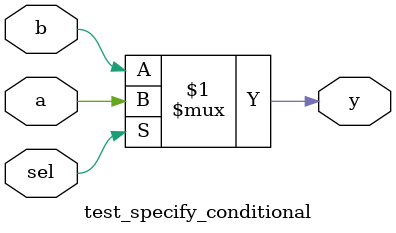
<source format=v>

module test_specify_conditional (
  input sel, a, b,
  output y
);
  assign y = sel ? a : b;

  specify
    if (sel) (a => y) = 1.0;
    if (!sel) (b => y) = 2.0;
  endspecify
endmodule

</source>
